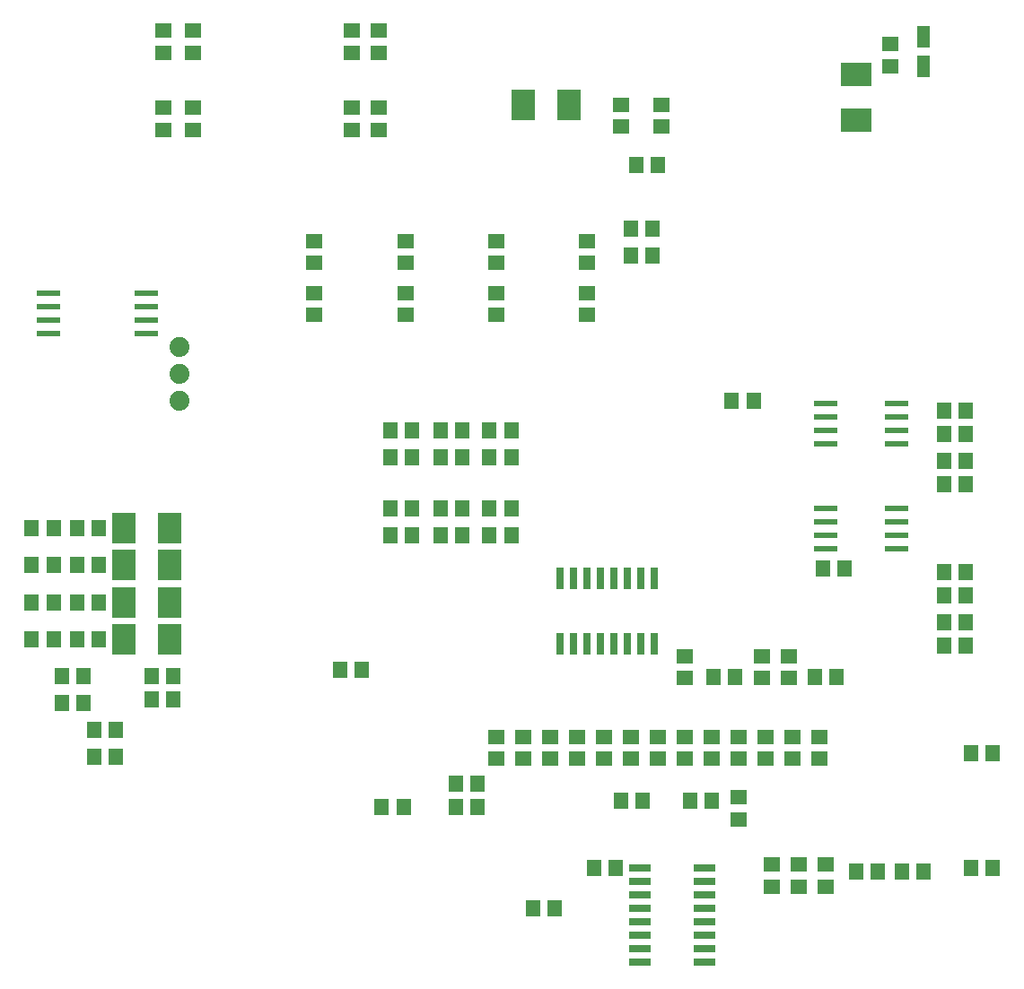
<source format=gtp>
G04 MADE WITH FRITZING*
G04 WWW.FRITZING.ORG*
G04 DOUBLE SIDED*
G04 HOLES PLATED*
G04 CONTOUR ON CENTER OF CONTOUR VECTOR*
%ASAXBY*%
%FSLAX23Y23*%
%MOIN*%
%OFA0B0*%
%SFA1.0B1.0*%
%ADD10C,0.074000*%
%ADD11R,0.059055X0.055118*%
%ADD12R,0.055118X0.059055*%
%ADD13R,0.086614X0.023622*%
%ADD14R,0.113708X0.090086*%
%ADD15R,0.090086X0.113708*%
%ADD16R,0.026000X0.080000*%
%ADD17R,0.086900X0.024000*%
%ADD18R,0.047244X0.078740*%
%ADD19R,0.080000X0.026000*%
%ADD20R,0.001000X0.001000*%
%LNPASTEMASK1*%
G90*
G70*
G54D10*
X607Y2484D03*
X607Y2384D03*
X607Y2283D03*
G54D11*
X2244Y3303D03*
X2244Y3384D03*
G54D12*
X2301Y3159D03*
X2382Y3159D03*
G54D13*
X482Y2584D03*
X120Y2584D03*
X482Y2534D03*
X482Y2634D03*
X482Y2684D03*
X120Y2534D03*
X120Y2634D03*
X120Y2684D03*
G54D14*
X3119Y3497D03*
X3119Y3327D03*
G54D15*
X1882Y3384D03*
X2051Y3384D03*
G54D16*
X2019Y1380D03*
X2069Y1380D03*
X2119Y1380D03*
X2169Y1380D03*
X2219Y1380D03*
X2269Y1380D03*
X2319Y1380D03*
X2369Y1380D03*
X2369Y1622D03*
X2319Y1622D03*
X2269Y1622D03*
X2219Y1622D03*
X2169Y1622D03*
X2119Y1622D03*
X2069Y1622D03*
X2019Y1622D03*
G54D17*
X3269Y2122D03*
X3269Y2172D03*
X3269Y2222D03*
X3269Y2272D03*
X3004Y2272D03*
X3004Y2222D03*
X3004Y2172D03*
X3004Y2122D03*
X3269Y1734D03*
X3269Y1784D03*
X3269Y1834D03*
X3269Y1884D03*
X3004Y1884D03*
X3004Y1834D03*
X3004Y1784D03*
X3004Y1734D03*
G54D15*
X569Y1397D03*
X400Y1397D03*
X569Y1534D03*
X400Y1534D03*
X569Y1672D03*
X400Y1672D03*
X569Y1809D03*
X400Y1809D03*
G54D12*
X57Y1397D03*
X138Y1397D03*
X57Y1534D03*
X138Y1534D03*
X57Y1672D03*
X138Y1672D03*
X57Y1809D03*
X138Y1809D03*
X1575Y1784D03*
X1656Y1784D03*
X1575Y1884D03*
X1656Y1884D03*
X1575Y2072D03*
X1656Y2072D03*
X1575Y2172D03*
X1656Y2172D03*
X307Y1397D03*
X226Y1397D03*
X307Y1534D03*
X226Y1534D03*
X307Y1672D03*
X226Y1672D03*
X307Y1809D03*
X226Y1809D03*
X1388Y1784D03*
X1468Y1784D03*
X1388Y1884D03*
X1468Y1884D03*
X1388Y2072D03*
X1468Y2072D03*
X1388Y2172D03*
X1468Y2172D03*
G54D18*
X3369Y3527D03*
X3369Y3638D03*
G54D19*
X2557Y197D03*
X2557Y247D03*
X2557Y297D03*
X2557Y347D03*
X2557Y397D03*
X2557Y447D03*
X2557Y497D03*
X2557Y547D03*
X2315Y547D03*
X2315Y497D03*
X2315Y447D03*
X2315Y397D03*
X2315Y347D03*
X2315Y297D03*
X2315Y247D03*
X2315Y197D03*
G54D12*
X2144Y547D03*
X2225Y547D03*
X582Y1172D03*
X501Y1172D03*
X369Y1059D03*
X289Y1059D03*
X2282Y2922D03*
X2363Y2922D03*
G54D11*
X3244Y3609D03*
X3244Y3528D03*
X2394Y3384D03*
X2394Y3303D03*
G54D12*
X369Y959D03*
X289Y959D03*
X582Y1259D03*
X501Y1259D03*
X250Y1259D03*
X169Y1259D03*
G54D11*
X1344Y3291D03*
X1344Y3372D03*
X1244Y3578D03*
X1244Y3659D03*
X1344Y3578D03*
X1344Y3659D03*
X1244Y3291D03*
X1244Y3372D03*
X657Y3578D03*
X657Y3659D03*
X544Y3578D03*
X544Y3659D03*
X657Y3291D03*
X657Y3372D03*
X544Y3291D03*
X544Y3372D03*
G54D12*
X3525Y2247D03*
X3444Y2247D03*
X3525Y1972D03*
X3444Y1972D03*
X3525Y2059D03*
X3444Y2059D03*
X3525Y2159D03*
X3444Y2159D03*
X2657Y2284D03*
X2738Y2284D03*
X3525Y1372D03*
X3444Y1372D03*
X3525Y1459D03*
X3444Y1459D03*
X3525Y1559D03*
X3444Y1559D03*
X3525Y1647D03*
X3444Y1647D03*
G54D11*
X1107Y2603D03*
X1107Y2684D03*
X1444Y2603D03*
X1444Y2684D03*
X1782Y2603D03*
X1782Y2684D03*
X2119Y2603D03*
X2119Y2684D03*
X1107Y2877D03*
X1107Y2797D03*
X1444Y2877D03*
X1444Y2797D03*
X1782Y2877D03*
X1782Y2797D03*
X2119Y2877D03*
X2119Y2797D03*
G54D12*
X1757Y2072D03*
X1838Y2072D03*
X1838Y2172D03*
X1757Y2172D03*
X1713Y772D03*
X1632Y772D03*
X2325Y797D03*
X2244Y797D03*
X250Y1159D03*
X169Y1159D03*
X2994Y1659D03*
X3075Y1659D03*
G54D11*
X2769Y1334D03*
X2769Y1253D03*
X2082Y953D03*
X2082Y1034D03*
G54D12*
X1282Y1284D03*
X1201Y1284D03*
X2363Y2822D03*
X2282Y2822D03*
G54D11*
X1982Y953D03*
X1982Y1034D03*
G54D12*
X1713Y859D03*
X1632Y859D03*
G54D11*
X1782Y1034D03*
X1782Y953D03*
G54D12*
X3044Y1255D03*
X2964Y1255D03*
G54D11*
X2482Y1253D03*
X2482Y1334D03*
G54D12*
X3625Y972D03*
X3544Y972D03*
X3289Y534D03*
X3369Y534D03*
X3200Y534D03*
X3119Y534D03*
X3625Y547D03*
X3544Y547D03*
G54D11*
X3007Y559D03*
X3007Y478D03*
X2682Y728D03*
X2682Y809D03*
G54D12*
X2501Y797D03*
X2582Y797D03*
G54D11*
X2882Y953D03*
X2882Y1034D03*
X2807Y478D03*
X2807Y559D03*
X2907Y478D03*
X2907Y559D03*
G54D12*
X1357Y772D03*
X1438Y772D03*
G54D11*
X1882Y953D03*
X1882Y1034D03*
X2182Y953D03*
X2182Y1034D03*
X2982Y953D03*
X2982Y1034D03*
X2682Y953D03*
X2682Y1034D03*
X2582Y953D03*
X2582Y1034D03*
X2782Y953D03*
X2782Y1034D03*
X2482Y953D03*
X2482Y1034D03*
X2282Y953D03*
X2282Y1034D03*
X2382Y953D03*
X2382Y1034D03*
G54D12*
X1757Y1784D03*
X1838Y1784D03*
X1838Y1884D03*
X1757Y1884D03*
X2669Y1255D03*
X2589Y1255D03*
G54D11*
X2869Y1253D03*
X2869Y1334D03*
G54D12*
X1919Y397D03*
X2000Y397D03*
G54D20*
D02*
G04 End of PasteMask1*
M02*
</source>
